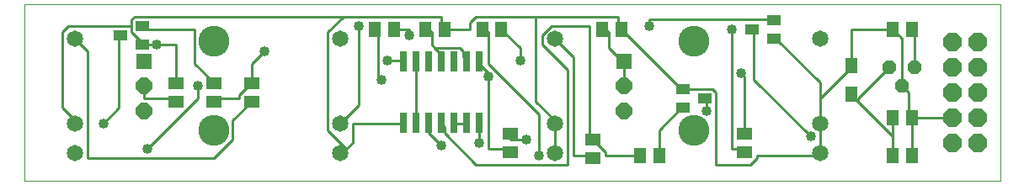
<source format=gbl>
G75*
%MOIN*%
%OFA0B0*%
%FSLAX25Y25*%
%IPPOS*%
%LPD*%
%AMOC8*
5,1,8,0,0,1.08239X$1,22.5*
%
%ADD10C,0.00000*%
%ADD11R,0.05118X0.05906*%
%ADD12OC8,0.05200*%
%ADD13R,0.02600X0.08000*%
%ADD14OC8,0.07400*%
%ADD15R,0.05906X0.05118*%
%ADD16R,0.06496X0.06496*%
%ADD17OC8,0.06496*%
%ADD18C,0.12268*%
%ADD19R,0.05512X0.03937*%
%ADD20C,0.06496*%
%ADD21R,0.04724X0.05906*%
%ADD22C,0.01000*%
%ADD23C,0.04000*%
D10*
X0001000Y0005500D02*
X0001000Y0075461D01*
X0387201Y0075461D01*
X0387201Y0005500D01*
X0001000Y0005500D01*
D11*
X0244760Y0015500D03*
X0252240Y0015500D03*
X0344760Y0015500D03*
X0352240Y0015500D03*
X0352240Y0030500D03*
X0344760Y0030500D03*
X0344760Y0065500D03*
X0352240Y0065500D03*
X0237240Y0065500D03*
X0229760Y0065500D03*
X0189740Y0065500D03*
X0182260Y0065500D03*
X0167240Y0065500D03*
X0159760Y0065500D03*
X0147240Y0065500D03*
X0139760Y0065500D03*
D12*
X0343500Y0050500D03*
X0353500Y0050500D03*
X0348500Y0043000D03*
D13*
X0181000Y0052600D03*
X0176000Y0052600D03*
X0171000Y0052600D03*
X0166000Y0052600D03*
X0161000Y0052600D03*
X0156000Y0052600D03*
X0151000Y0052600D03*
X0151000Y0028400D03*
X0156000Y0028400D03*
X0161000Y0028400D03*
X0166000Y0028400D03*
X0171000Y0028400D03*
X0176000Y0028400D03*
X0181000Y0028400D03*
D14*
X0368500Y0030500D03*
X0378500Y0030500D03*
X0378500Y0020500D03*
X0368500Y0020500D03*
X0368500Y0040500D03*
X0378500Y0040500D03*
X0378500Y0050500D03*
X0368500Y0050500D03*
X0368500Y0060500D03*
X0378500Y0060500D03*
D15*
X0286000Y0024240D03*
X0286000Y0016760D03*
X0226000Y0014260D03*
X0193500Y0016760D03*
X0226000Y0021740D03*
X0193500Y0024240D03*
X0091000Y0036760D03*
X0076000Y0036760D03*
X0061000Y0036760D03*
X0061000Y0044240D03*
X0076000Y0044240D03*
X0091000Y0044240D03*
D16*
X0048441Y0052843D03*
X0238441Y0052843D03*
D17*
X0238441Y0043000D03*
X0238441Y0033157D03*
X0048441Y0033157D03*
X0048441Y0043000D03*
D18*
X0076000Y0060717D03*
X0076000Y0025283D03*
X0266000Y0025283D03*
X0266000Y0060717D03*
D19*
X0289169Y0065500D03*
X0297831Y0061760D03*
X0297831Y0069240D03*
X0261669Y0041740D03*
X0270331Y0038000D03*
X0261669Y0034260D03*
X0047831Y0059260D03*
X0039169Y0063000D03*
X0047831Y0066740D03*
D20*
X0021098Y0061701D03*
X0126059Y0061701D03*
X0211138Y0061701D03*
X0316020Y0061701D03*
X0316020Y0028236D03*
X0316020Y0016425D03*
X0211138Y0016425D03*
X0211138Y0028236D03*
X0126059Y0028236D03*
X0126059Y0016425D03*
X0021098Y0016425D03*
X0021098Y0028236D03*
D21*
X0328500Y0039791D03*
X0328500Y0051209D03*
D22*
X0328500Y0065500D01*
X0344760Y0065500D01*
X0346000Y0065500D01*
X0346000Y0064250D01*
X0348500Y0061750D01*
X0348500Y0043000D01*
X0351000Y0040500D01*
X0351000Y0030500D01*
X0352240Y0030500D01*
X0352250Y0030500D01*
X0368500Y0030500D01*
X0352250Y0030500D02*
X0352250Y0015500D01*
X0352240Y0015500D01*
X0344760Y0015500D02*
X0344750Y0015500D01*
X0344750Y0023000D01*
X0331000Y0036750D01*
X0331000Y0038000D01*
X0343500Y0050500D01*
X0353500Y0050500D02*
X0353500Y0064250D01*
X0352250Y0065500D01*
X0352240Y0065500D01*
X0316000Y0044250D02*
X0298500Y0061750D01*
X0297831Y0061760D01*
X0289750Y0065500D02*
X0289169Y0065500D01*
X0289750Y0065500D02*
X0289750Y0045500D01*
X0312250Y0023000D01*
X0316000Y0028000D02*
X0316020Y0028236D01*
X0316000Y0029250D01*
X0316000Y0038000D01*
X0328500Y0050500D01*
X0328500Y0051209D01*
X0316000Y0044250D02*
X0316000Y0038000D01*
X0328500Y0039250D02*
X0328500Y0039791D01*
X0328500Y0039250D02*
X0331000Y0036750D01*
X0344750Y0030500D02*
X0344760Y0030500D01*
X0344750Y0030500D02*
X0344750Y0023000D01*
X0316000Y0028000D02*
X0316000Y0016750D01*
X0316020Y0016425D01*
X0316000Y0015500D01*
X0291000Y0015500D01*
X0291000Y0014250D01*
X0288500Y0011750D01*
X0274750Y0011750D01*
X0274750Y0040500D01*
X0273500Y0041750D01*
X0262250Y0041750D01*
X0261669Y0041740D01*
X0261000Y0041750D01*
X0237250Y0065500D01*
X0237240Y0065500D01*
X0236000Y0065500D01*
X0236000Y0070500D01*
X0203500Y0070500D01*
X0203500Y0036750D01*
X0211000Y0029250D01*
X0211138Y0028236D01*
X0211000Y0028000D01*
X0211000Y0016750D01*
X0211138Y0016425D01*
X0204750Y0015500D02*
X0204750Y0031750D01*
X0184750Y0051750D01*
X0184750Y0064250D01*
X0183500Y0065500D01*
X0182260Y0065500D01*
X0177250Y0065500D02*
X0177250Y0068000D01*
X0179750Y0070500D01*
X0203500Y0070500D01*
X0209750Y0066750D02*
X0224750Y0066750D01*
X0224750Y0023000D01*
X0226000Y0021750D01*
X0226000Y0021740D01*
X0226000Y0021750D02*
X0231000Y0016750D01*
X0231000Y0015500D01*
X0244760Y0015500D01*
X0252240Y0015500D02*
X0252250Y0015500D01*
X0252250Y0025500D01*
X0261000Y0034250D01*
X0261669Y0034260D01*
X0271000Y0033000D02*
X0271000Y0038000D01*
X0270331Y0038000D01*
X0238500Y0043000D02*
X0238441Y0043000D01*
X0238500Y0043000D02*
X0238500Y0051750D01*
X0238441Y0052843D01*
X0237250Y0053000D01*
X0232250Y0058000D01*
X0232250Y0064250D01*
X0231000Y0065500D01*
X0229760Y0065500D01*
X0212250Y0060500D02*
X0211138Y0061701D01*
X0209750Y0066750D02*
X0206000Y0063000D01*
X0206000Y0059250D01*
X0216000Y0049250D01*
X0216000Y0011750D01*
X0179750Y0011750D01*
X0167250Y0024250D01*
X0167250Y0026750D01*
X0166000Y0028000D01*
X0166000Y0028400D01*
X0171000Y0028400D02*
X0171000Y0028000D01*
X0176000Y0028000D01*
X0176000Y0028400D01*
X0181000Y0028400D02*
X0181000Y0020500D01*
X0184750Y0018000D02*
X0184750Y0046750D01*
X0184750Y0048000D01*
X0181000Y0051750D01*
X0181000Y0052600D01*
X0176000Y0052600D02*
X0176000Y0053000D01*
X0174750Y0054250D01*
X0174750Y0056750D01*
X0173500Y0058000D01*
X0163500Y0058000D01*
X0162250Y0059250D01*
X0162250Y0064250D01*
X0161000Y0065500D01*
X0159760Y0065500D01*
X0166000Y0065500D02*
X0167240Y0065500D01*
X0177250Y0065500D01*
X0166000Y0065500D02*
X0166000Y0070500D01*
X0127250Y0070500D01*
X0044750Y0070500D01*
X0043500Y0069250D01*
X0043500Y0066750D01*
X0043500Y0064250D01*
X0047250Y0060500D01*
X0047831Y0059260D01*
X0048500Y0059250D01*
X0053500Y0059250D01*
X0061000Y0059250D01*
X0061000Y0044240D01*
X0069750Y0043000D02*
X0069750Y0038000D01*
X0049750Y0018000D01*
X0026000Y0014250D02*
X0026000Y0056750D01*
X0022250Y0060500D01*
X0021098Y0061701D01*
X0018500Y0066750D02*
X0016000Y0064250D01*
X0016000Y0034250D01*
X0021000Y0029250D01*
X0021098Y0028236D01*
X0032250Y0028000D02*
X0038500Y0034250D01*
X0038500Y0063000D01*
X0039169Y0063000D01*
X0047831Y0066740D02*
X0048500Y0065500D01*
X0068500Y0065500D01*
X0068500Y0051750D01*
X0076000Y0044250D01*
X0076000Y0044240D01*
X0086000Y0039250D02*
X0091000Y0044250D01*
X0091000Y0044240D01*
X0091000Y0044250D02*
X0091000Y0051750D01*
X0096000Y0056750D01*
X0121000Y0064250D02*
X0127250Y0070500D01*
X0133500Y0066750D02*
X0133500Y0035500D01*
X0127250Y0029250D01*
X0126059Y0028236D01*
X0131000Y0028000D02*
X0131000Y0020500D01*
X0128500Y0018000D01*
X0126059Y0016425D01*
X0127250Y0016750D01*
X0128500Y0018000D01*
X0121000Y0025500D01*
X0121000Y0064250D01*
X0139760Y0065500D02*
X0141000Y0065500D01*
X0141000Y0046750D01*
X0142250Y0045500D01*
X0151000Y0052600D02*
X0151000Y0053000D01*
X0144750Y0053000D01*
X0156000Y0052600D02*
X0156000Y0028400D01*
X0161000Y0028400D02*
X0161000Y0024250D01*
X0166000Y0019250D01*
X0184750Y0018000D02*
X0193500Y0018000D01*
X0193500Y0016760D01*
X0193500Y0021750D02*
X0193500Y0024240D01*
X0193500Y0021750D02*
X0199750Y0021750D01*
X0218500Y0015500D02*
X0218500Y0054250D01*
X0212250Y0060500D01*
X0197250Y0058000D02*
X0197250Y0053000D01*
X0197250Y0058000D02*
X0189750Y0065500D01*
X0189740Y0065500D01*
X0166000Y0055500D02*
X0163500Y0058000D01*
X0166000Y0055500D02*
X0166000Y0052600D01*
X0153500Y0063000D02*
X0153500Y0065500D01*
X0147240Y0065500D01*
X0248500Y0066750D02*
X0248500Y0069250D01*
X0297250Y0069250D01*
X0297831Y0069240D01*
X0281000Y0065500D02*
X0281000Y0018000D01*
X0286000Y0018000D01*
X0286000Y0016760D01*
X0286000Y0024240D02*
X0286000Y0046750D01*
X0284750Y0048000D01*
X0151000Y0028400D02*
X0151000Y0028000D01*
X0131000Y0028000D01*
X0091000Y0036750D02*
X0091000Y0036760D01*
X0091000Y0036750D02*
X0083500Y0029250D01*
X0083500Y0021750D01*
X0076000Y0014250D01*
X0026000Y0014250D01*
X0061000Y0036760D02*
X0061000Y0038000D01*
X0048500Y0038000D01*
X0048500Y0043000D01*
X0048441Y0043000D01*
X0076000Y0038000D02*
X0076000Y0036760D01*
X0076000Y0038000D02*
X0086000Y0038000D01*
X0086000Y0039250D01*
X0218500Y0015500D02*
X0226000Y0015500D01*
X0226000Y0014260D01*
X0043500Y0066750D02*
X0018500Y0066750D01*
D23*
X0053500Y0059250D03*
X0096000Y0056750D03*
X0133500Y0066750D03*
X0153500Y0063000D03*
X0144750Y0053000D03*
X0142250Y0045500D03*
X0184750Y0046750D03*
X0197250Y0053000D03*
X0248500Y0066750D03*
X0281000Y0065500D03*
X0284750Y0048000D03*
X0271000Y0033000D03*
X0312250Y0023000D03*
X0204750Y0015500D03*
X0181000Y0020500D03*
X0166000Y0019250D03*
X0199750Y0021750D03*
X0069750Y0043000D03*
X0032250Y0028000D03*
X0049750Y0018000D03*
M02*

</source>
